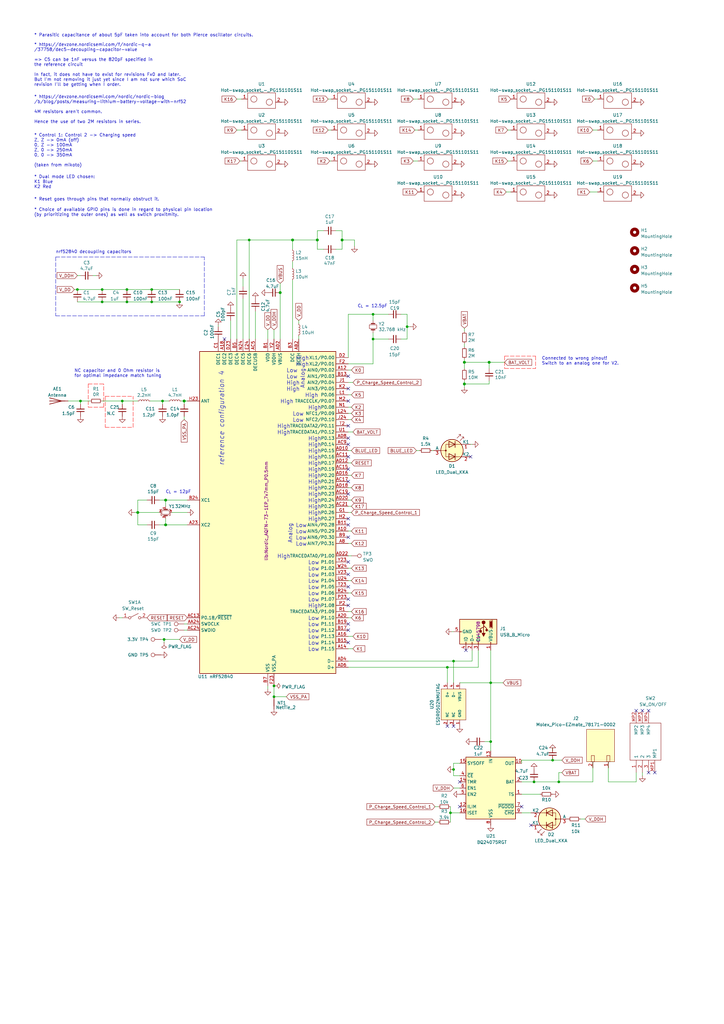
<source format=kicad_sch>
(kicad_sch (version 20211123) (generator eeschema)
  (paper "A3" portrait)
  (title_block (title "Borne Keyboard") (date "2022-05-27") (rev "V1 Left") (company "Ergin") (comment 1 "Gabriel Hansson"))
  (junction (at 153.035 139.065))
  (junction (at 66.675 164.465))
  (junction (at 102.235 98.425))
  (junction (at 67.31 262.255))
  (junction (at 62.23 123.825))
  (junction (at 41.91 118.745))
  (junction (at 186.055 271.145))
  (junction (at 190.5 148.59) (diameter 1.016))
  (junction (at 73.66 123.825))
  (junction (at 219.075 320.675))
  (junction (at 190.5 157.48) (diameter 1.016))
  (junction (at 52.07 118.745))
  (junction (at 201.295 280.035))
  (junction (at 130.175 98.425) (diameter 1.016))
  (junction (at 56.515 210.185) (diameter 1.016))
  (junction (at 120.015 98.425) (diameter 1.016))
  (junction (at 50.165 164.465))
  (junction (at 200.66 148.59) (diameter 1.016))
  (junction (at 112.395 285.75))
  (junction (at 112.395 281.305))
  (junction (at 153.035 128.905))
  (junction (at 31.75 118.745))
  (junction (at 183.515 273.685))
  (junction (at 52.07 123.825))
  (junction (at 201.295 304.165))
  (junction (at 33.02 164.465))
  (junction (at 75.565 164.465) (diameter 1.016))
  (junction (at 114.935 120.015) (diameter 1.016))
  (junction (at 67.945 205.105) (diameter 1.016))
  (junction (at 140.335 98.425) (diameter 1.016))
  (junction (at 229.235 320.675))
  (junction (at 41.91 123.825))
  (junction (at 67.945 215.265) (diameter 1.016))
  (junction (at 186.055 315.595))
  (junction (at 167.005 133.985))
  (junction (at 226.695 311.785))
  (junction (at 62.23 118.745))
  (junction (at 184.785 333.375))
  (no_connect (at 193.04 187.325))
  (no_connect (at 183.515 297.815))
  (no_connect (at 142.875 202.565))
  (no_connect (at 188.595 330.835))
  (no_connect (at 142.875 192.405))
  (no_connect (at 142.875 179.705))
  (no_connect (at 142.875 220.345))
  (no_connect (at 142.875 255.905))
  (no_connect (at 260.985 291.465))
  (no_connect (at 142.875 230.505))
  (no_connect (at 142.875 197.485))
  (no_connect (at 142.875 248.285))
  (no_connect (at 268.605 316.865))
  (no_connect (at 142.875 245.745))
  (no_connect (at 217.805 338.455))
  (no_connect (at 142.875 154.305))
  (no_connect (at 191.135 266.7))
  (no_connect (at 266.065 316.865))
  (no_connect (at 142.875 164.465))
  (no_connect (at 266.065 291.465))
  (no_connect (at 188.595 320.675))
  (no_connect (at 142.875 263.525))
  (no_connect (at 142.875 187.325))
  (no_connect (at 92.075 139.065))
  (no_connect (at 186.055 297.815))
  (no_connect (at 263.525 291.465))
  (no_connect (at 142.875 240.665))
  (no_connect (at 213.995 330.835))
  (no_connect (at 142.875 258.445))
  (no_connect (at 142.875 212.725))
  (no_connect (at 142.875 174.625))
  (no_connect (at 142.875 235.585))
  (no_connect (at 142.875 215.265))
  (no_connect (at 142.875 159.385))
  (no_connect (at 142.875 182.245))
  (wire (pts (xy 186.055 318.135) (xy 188.595 318.135)))
  (wire (pts (xy 184.785 333.375) (xy 188.595 333.375)))
  (wire (pts (xy 213.995 325.755) (xy 221.615 325.755)))
  (wire (pts (xy 144.145 200.025) (xy 142.875 200.025)))
  (wire (pts (xy 56.515 215.265) (xy 56.515 210.185)))
  (wire (pts (xy 134.62 40.64) (xy 135.89 40.64)))
  (polyline (pts (xy 36.195 157.48) (xy 36.195 167.005)) (stroke (width 0) (color 255 0 0 1)))
  (polyline (pts (xy 42.545 167.005) (xy 42.545 157.48)) (stroke (width 0) (color 255 0 0 1)))
  (wire (pts (xy 144.145 210.185) (xy 142.875 210.185)))
  (wire (pts (xy 207.645 78.74) (xy 209.55 78.74)))
  (wire (pts (xy 75.565 255.905) (xy 76.835 255.905)))
  (wire (pts (xy 208.28 53.34) (xy 209.55 53.34)))
  (wire (pts (xy 67.945 212.725) (xy 67.945 215.265)))
  (wire (pts (xy 74.295 164.465) (xy 75.565 164.465)))
  (wire (pts (xy 142.875 146.685) (xy 142.875 128.905)))
  (wire (pts (xy 229.235 316.865) (xy 229.235 320.675)))
  (wire (pts (xy 31.75 123.825) (xy 41.91 123.825)))
  (wire (pts (xy 170.18 53.34) (xy 171.45 53.34)))
  (wire (pts (xy 50.165 164.465) (xy 56.515 164.465)))
  (wire (pts (xy 31.75 118.745) (xy 41.91 118.745)))
  (wire (pts (xy 76.835 205.105) (xy 67.945 205.105)))
  (wire (pts (xy 243.205 312.42) (xy 243.205 320.675)))
  (wire (pts (xy 66.675 164.465) (xy 66.675 165.735)))
  (wire (pts (xy 137.795 102.235) (xy 140.335 102.235)))
  (wire (pts (xy 97.155 40.64) (xy 99.06 40.64)))
  (wire (pts (xy 243.84 40.64) (xy 245.11 40.64)))
  (wire (pts (xy 142.875 271.145) (xy 186.055 271.145)))
  (wire (pts (xy 120.015 98.425) (xy 130.175 98.425)))
  (wire (pts (xy 142.875 273.685) (xy 183.515 273.685)))
  (wire (pts (xy 73.66 262.255) (xy 67.31 262.255)))
  (wire (pts (xy 120.015 102.235) (xy 120.015 98.425)))
  (wire (pts (xy 62.23 118.745) (xy 73.66 118.745)))
  (wire (pts (xy 94.615 131.445) (xy 94.615 139.065)))
  (wire (pts (xy 142.875 149.225) (xy 153.035 149.225)))
  (wire (pts (xy 208.28 66.04) (xy 209.55 66.04)))
  (wire (pts (xy 70.485 210.185) (xy 76.835 210.185)))
  (wire (pts (xy 99.695 114.3) (xy 99.695 117.475)))
  (wire (pts (xy 190.5 134.62) (xy 190.5 135.89)))
  (wire (pts (xy 56.515 210.185) (xy 56.515 205.105)))
  (wire (pts (xy 190.5 142.24) (xy 190.5 140.97)))
  (wire (pts (xy 67.31 263.525) (xy 67.31 262.255)))
  (wire (pts (xy 201.295 280.035) (xy 188.595 280.035)))
  (wire (pts (xy 144.145 167.005) (xy 142.875 167.005)))
  (wire (pts (xy 164.465 128.905) (xy 167.005 128.905)))
  (polyline (pts (xy 43.18 162.56) (xy 43.18 175.26)) (stroke (width 0) (color 255 0 0 1)))
  (wire (pts (xy 196.215 266.7) (xy 196.215 273.685)))
  (wire (pts (xy 190.5 157.48) (xy 190.5 158.75)))
  (wire (pts (xy 67.945 215.265) (xy 65.405 215.265)))
  (wire (pts (xy 140.335 102.235) (xy 140.335 98.425)))
  (wire (pts (xy 102.235 139.065) (xy 102.235 98.425)))
  (wire (pts (xy 120.015 114.935) (xy 120.015 139.065)))
  (wire (pts (xy 190.5 148.59) (xy 190.5 151.13)))
  (wire (pts (xy 41.91 164.465) (xy 50.165 164.465)))
  (wire (pts (xy 144.78 266.065) (xy 142.875 266.065)))
  (wire (pts (xy 122.555 137.795) (xy 122.555 139.065)))
  (wire (pts (xy 193.675 182.245) (xy 193.04 182.245)))
  (wire (pts (xy 27.94 164.465) (xy 33.02 164.465)))
  (wire (pts (xy 190.5 148.59) (xy 200.66 148.59)))
  (wire (pts (xy 249.555 312.42) (xy 249.555 320.675)))
  (wire (pts (xy 144.145 233.045) (xy 142.875 233.045)))
  (wire (pts (xy 190.5 156.21) (xy 190.5 157.48)))
  (wire (pts (xy 184.785 330.835) (xy 184.785 333.375)))
  (wire (pts (xy 140.335 98.425) (xy 145.415 98.425)))
  (wire (pts (xy 104.775 127.635) (xy 104.775 139.065)))
  (wire (pts (xy 144.78 260.985) (xy 142.875 260.985)))
  (wire (pts (xy 183.515 273.685) (xy 196.215 273.685)))
  (wire (pts (xy 142.875 151.765) (xy 144.145 151.765)))
  (wire (pts (xy 153.035 139.065) (xy 153.035 136.525)))
  (wire (pts (xy 112.395 285.75) (xy 117.475 285.75)))
  (wire (pts (xy 213.995 333.375) (xy 217.805 333.375)))
  (wire (pts (xy 190.5 157.48) (xy 200.66 157.48)))
  (wire (pts (xy 186.055 313.055) (xy 186.055 315.595)))
  (wire (pts (xy 135.255 66.04) (xy 135.89 66.04)))
  (wire (pts (xy 89.535 133.35) (xy 89.535 133.985)))
  (wire (pts (xy 144.145 243.205) (xy 142.875 243.205)))
  (wire (pts (xy 144.145 250.825) (xy 142.875 250.825)))
  (wire (pts (xy 193.675 271.145) (xy 193.675 266.7)))
  (wire (pts (xy 122.555 131.445) (xy 122.555 132.715)))
  (wire (pts (xy 230.505 316.865) (xy 229.235 316.865)))
  (wire (pts (xy 243.205 66.04) (xy 245.11 66.04)))
  (wire (pts (xy 144.145 217.805) (xy 142.875 217.805)))
  (wire (pts (xy 198.755 304.165) (xy 201.295 304.165)))
  (wire (pts (xy 140.335 94.615) (xy 140.335 98.425)))
  (wire (pts (xy 97.155 53.34) (xy 99.06 53.34)))
  (wire (pts (xy 112.395 281.305) (xy 112.395 285.75)))
  (wire (pts (xy 219.075 320.675) (xy 229.235 320.675)))
  (polyline (pts (xy 207.01 146.05) (xy 207.01 151.13)) (stroke (width 0) (color 255 0 0 1)))
  (wire (pts (xy 67.945 205.105) (xy 67.945 207.645)))
  (wire (pts (xy 170.815 184.785) (xy 172.085 184.785)))
  (wire (pts (xy 213.995 311.785) (xy 226.695 311.785)))
  (wire (pts (xy 144.78 177.165) (xy 142.875 177.165)))
  (wire (pts (xy 153.035 149.225) (xy 153.035 139.065)))
  (wire (pts (xy 249.555 320.675) (xy 260.985 320.675)))
  (wire (pts (xy 183.515 273.685) (xy 183.515 280.035)))
  (polyline (pts (xy 36.195 157.48) (xy 42.545 157.48)) (stroke (width 0) (color 255 0 0 1)))
  (wire (pts (xy 30.48 118.745) (xy 31.75 118.745)))
  (wire (pts (xy 56.515 205.105) (xy 60.325 205.105)))
  (wire (pts (xy 144.145 222.885) (xy 142.875 222.885)))
  (wire (pts (xy 98.425 66.04) (xy 99.06 66.04)))
  (wire (pts (xy 226.695 311.785) (xy 230.505 311.785)))
  (wire (pts (xy 144.145 161.925) (xy 142.875 161.925)))
  (wire (pts (xy 38.1 113.03) (xy 39.37 113.03)))
  (wire (pts (xy 50.165 165.735) (xy 50.165 164.465)))
  (wire (pts (xy 33.02 164.465) (xy 36.83 164.465)))
  (wire (pts (xy 190.5 147.32) (xy 190.5 148.59)))
  (wire (pts (xy 52.07 118.745) (xy 62.23 118.745)))
  (wire (pts (xy 153.035 128.905) (xy 159.385 128.905)))
  (wire (pts (xy 75.565 164.465) (xy 75.565 165.735)))
  (wire (pts (xy 153.035 139.065) (xy 159.385 139.065)))
  (wire (pts (xy 144.145 238.125) (xy 142.875 238.125)))
  (wire (pts (xy 144.145 205.105) (xy 142.875 205.105)))
  (wire (pts (xy 177.8 184.785) (xy 177.165 184.785)))
  (wire (pts (xy 186.055 313.055) (xy 188.595 313.055)))
  (wire (pts (xy 114.935 120.015) (xy 114.935 116.205)))
  (wire (pts (xy 144.145 227.965) (xy 142.875 227.965)))
  (polyline (pts (xy 54.61 175.26) (xy 54.61 162.56)) (stroke (width 0) (color 255 0 0 1)))
  (wire (pts (xy 142.875 172.085) (xy 144.145 172.085)))
  (wire (pts (xy 241.935 78.74) (xy 245.11 78.74)))
  (polyline (pts (xy 43.18 162.56) (xy 54.61 162.56)) (stroke (width 0) (color 255 0 0 1)))
  (wire (pts (xy 130.175 98.425) (xy 130.175 102.235)))
  (wire (pts (xy 137.795 94.615) (xy 140.335 94.615)))
  (wire (pts (xy 185.42 259.08) (xy 186.055 259.08)))
  (wire (pts (xy 201.295 280.035) (xy 201.295 304.165)))
  (wire (pts (xy 153.035 131.445) (xy 153.035 128.905)))
  (wire (pts (xy 67.945 215.265) (xy 76.835 215.265)))
  (wire (pts (xy 179.705 330.835) (xy 178.435 330.835)))
  (wire (pts (xy 213.995 320.675) (xy 219.075 320.675)))
  (wire (pts (xy 102.235 98.425) (xy 120.015 98.425)))
  (wire (pts (xy 109.855 282.575) (xy 109.855 281.305)))
  (polyline (pts (xy 207.01 146.05) (xy 219.71 146.05)) (stroke (width 0) (color 255 0 0 1)))
  (wire (pts (xy 186.055 315.595) (xy 186.055 318.135)))
  (wire (pts (xy 200.66 157.48) (xy 200.66 156.21)))
  (wire (pts (xy 169.545 66.04) (xy 171.45 66.04)))
  (wire (pts (xy 144.145 194.945) (xy 142.875 194.945)))
  (wire (pts (xy 167.005 133.985) (xy 167.005 139.065)))
  (wire (pts (xy 61.595 164.465) (xy 66.675 164.465)))
  (wire (pts (xy 201.295 280.035) (xy 206.375 280.035)))
  (wire (pts (xy 67.945 205.105) (xy 65.405 205.105)))
  (wire (pts (xy 263.525 318.135) (xy 263.525 316.865)))
  (wire (pts (xy 130.175 94.615) (xy 130.175 98.425)))
  (wire (pts (xy 186.055 323.215) (xy 188.595 323.215)))
  (wire (pts (xy 240.03 335.915) (xy 238.125 335.915)))
  (wire (pts (xy 200.66 148.59) (xy 200.66 151.13)))
  (wire (pts (xy 226.695 306.705) (xy 226.695 307.975)))
  (wire (pts (xy 144.78 156.845) (xy 142.875 156.845)))
  (polyline (pts (xy 36.195 167.005) (xy 42.545 167.005)) (stroke (width 0) (color 255 0 0 1)))
  (wire (pts (xy 50.165 253.365) (xy 48.895 253.365)))
  (wire (pts (xy 114.935 139.065) (xy 114.935 120.015)))
  (wire (pts (xy 65.405 210.185) (xy 56.515 210.185)))
  (wire (pts (xy 60.325 215.265) (xy 56.515 215.265)))
  (wire (pts (xy 200.66 148.59) (xy 207.01 148.59)))
  (polyline (pts (xy 83.82 129.54) (xy 83.82 105.41)))
  (wire (pts (xy 184.785 333.375) (xy 184.785 337.185)))
  (wire (pts (xy 41.91 123.825) (xy 52.07 123.825)))
  (wire (pts (xy 67.31 262.255) (xy 66.04 262.255)))
  (wire (pts (xy 201.295 266.7) (xy 201.295 280.035)))
  (wire (pts (xy 169.545 40.64) (xy 171.45 40.64)))
  (wire (pts (xy 97.155 98.425) (xy 102.235 98.425)))
  (wire (pts (xy 112.395 135.255) (xy 112.395 139.065)))
  (wire (pts (xy 134.62 53.34) (xy 135.89 53.34)))
  (wire (pts (xy 33.02 165.735) (xy 33.02 164.465)))
  (wire (pts (xy 167.005 128.905) (xy 167.005 133.985)))
  (wire (pts (xy 178.435 337.185) (xy 179.705 337.185)))
  (polyline (pts (xy 22.86 105.41) (xy 83.82 105.41)))
  (wire (pts (xy 142.875 169.545) (xy 144.145 169.545)))
  (wire (pts (xy 52.07 123.825) (xy 62.23 123.825)))
  (wire (pts (xy 168.275 133.985) (xy 167.005 133.985)))
  (wire (pts (xy 132.715 102.235) (xy 130.175 102.235)))
  (wire (pts (xy 130.175 94.615) (xy 132.715 94.615)))
  (wire (pts (xy 120.015 109.855) (xy 120.015 107.315)))
  (wire (pts (xy 186.055 271.145) (xy 193.675 271.145)))
  (polyline (pts (xy 22.86 105.41) (xy 22.86 129.54)))
  (wire (pts (xy 213.995 311.785) (xy 213.995 313.055)))
  (wire (pts (xy 243.205 53.34) (xy 245.11 53.34)))
  (wire (pts (xy 145.415 98.425) (xy 145.415 100.965)))
  (polyline (pts (xy 43.18 175.26) (xy 54.61 175.26)) (stroke (width 0) (color 255 0 0 1)))
  (wire (pts (xy 41.91 118.745) (xy 52.07 118.745)))
  (wire (pts (xy 97.155 139.065) (xy 97.155 98.425)))
  (wire (pts (xy 109.855 135.255) (xy 109.855 139.065)))
  (polyline (pts (xy 22.86 129.54) (xy 83.82 129.54)))
  (wire (pts (xy 260.985 316.865) (xy 260.985 320.675)))
  (wire (pts (xy 76.835 164.465) (xy 75.565 164.465)))
  (wire (pts (xy 75.565 172.085) (xy 75.565 170.815)))
  (wire (pts (xy 229.235 320.675) (xy 243.205 320.675)))
  (wire (pts (xy 62.23 123.825) (xy 73.66 123.825)))
  (wire (pts (xy 201.295 304.165) (xy 201.295 307.975)))
  (wire (pts (xy 31.75 113.03) (xy 33.02 113.03)))
  (wire (pts (xy 142.875 128.905) (xy 153.035 128.905)))
  (wire (pts (xy 75.565 258.445) (xy 76.835 258.445)))
  (wire (pts (xy 55.245 210.185) (xy 56.515 210.185)))
  (wire (pts (xy 142.875 184.785) (xy 144.145 184.785)))
  (wire (pts (xy 167.005 139.065) (xy 164.465 139.065)))
  (polyline (pts (xy 207.01 151.13) (xy 219.71 151.13)) (stroke (width 0) (color 255 0 0 1)))
  (wire (pts (xy 144.145 253.365) (xy 142.875 253.365)))
  (polyline (pts (xy 219.71 146.05) (xy 219.71 151.13)) (stroke (width 0) (color 255 0 0 1)))
  (wire (pts (xy 144.145 189.865) (xy 142.875 189.865)))
  (wire (pts (xy 186.055 271.145) (xy 186.055 280.035)))
  (wire (pts (xy 144.145 207.645) (xy 142.875 207.645)))
  (wire (pts (xy 99.695 122.555) (xy 99.695 139.065)))
  (wire (pts (xy 69.215 164.465) (xy 66.675 164.465)))
  (text "High" (at 117.475 158.115 0) (effects (font (size 1.6 1.6)) (justify left bottom)))
  (text "High" (at 126.365 208.915 0) (effects (font (size 1.6 1.6)) (justify left bottom)))
  (text "Low\n" (at 126.365 259.715 0) (effects (font (size 1.6 1.6)) (justify left bottom)))
  (text "High" (at 126.365 203.835 0) (effects (font (size 1.6 1.6)) (justify left bottom)))
  (text "High" (at 117.475 160.655 0) (effects (font (size 1.6 1.6)) (justify left bottom)))
  (text "High" (at 126.3647 188.6566 0) (effects (font (size 1.6 1.6)) (justify left bottom)))
  (text "Low\n" (at 126.365 254.635 0) (effects (font (size 1.6 1.6)) (justify left bottom)))
  (text "High" (at 113.665 175.895 0) (effects (font (size 1.6 1.6)) (justify left bottom)))
  (text "nrf52840 decoupling capacitors" (at 22.86 104.14 0) (effects (font (size 1.27 1.27)) (justify left bottom)))
  (text "Low\n" (at 126.365 239.395 0) (effects (font (size 1.6 1.6)) (justify left bottom)))
  (text "* Dual mode LED chosen:\nK1 Blue \nK2 Red\n" (at 13.97 77.47 0) (effects (font (size 1.27 1.27)) (justify left bottom)))
  (text "High" (at 126.365 183.515 0) (effects (font (size 1.6 1.6)) (justify left bottom)))
  (text "* Control 1: Control 2 -> Charging speed\nZ, Z -> 0mA (off)\n0, Z -> 100mA\nZ, 0 -> 250mA\n0, 0 -> 350mA\n\n(taken from mikoto)" (at 13.97 68.58 0) (effects (font (size 1.27 1.27)) (justify left bottom)))
  (text "* Reset goes through pins that normally obstruct it. " (at 13.97 82.55 0) (effects (font (size 1.27 1.27)) (justify left bottom)))
  (text "* https://devzone.nordicsemi.com/nordic/nordic-blog\n/b/blog/posts/measuring-lithium-battery-voltage-with-nrf52\n\n4M resistors aren't common.\n\nHence the use of two 2M resistors in series." (at 13.97 50.8 0) (effects (font (size 1.27 1.27)) (justify left bottom)))
  (text "High" (at 126.365 198.755 0) (effects (font (size 1.6 1.6)) (justify left bottom)))
  (text "Low\n" (at 126.365 244.475 0) (effects (font (size 1.6 1.6)) (justify left bottom)))
  (text "High" (at 126.365 168.275 0) (effects (font (size 1.6 1.6)) (justify left bottom)))
  (text "Low\n" (at 126.365 267.335 0) (effects (font (size 1.6 1.6)) (justify left bottom)))
  (text "High" (at 126.365 196.215 0) (effects (font (size 1.6 1.6)) (justify left bottom)))
  (text "* Parasitic capacitance of about 5pF taken into account for both Pierce oscillator circuits." (at 13.97 15.24 0) (effects (font (size 1.27 1.27)) (justify left bottom)))
  (text "Low\n" (at 126.365 236.855 0) (effects (font (size 1.6 1.6)) (justify left bottom)))
  (text "Low\n" (at 120.015 173.355 0) (effects (font (size 1.6 1.6)) (justify left bottom)))
  (text "Low\n" (at 126.365 241.935 0) (effects (font (size 1.6 1.6)) (justify left bottom)))
  (text "Low\n" (at 126.365 234.315 0) (effects (font (size 1.6 1.6)) (justify left bottom)))
  (text "High" (at 126.365 201.295 0) (effects (font (size 1.6 1.6)) (justify left bottom)))
  (text "Low\n" (at 126.365 231.775 0) (effects (font (size 1.6 1.6)) (justify left bottom)))
  (text "High" (at 113.665 178.435 0) (effects (font (size 1.6 1.6)) (justify left bottom)))
  (text "Low\n" (at 117.475 153.035 0) (effects (font (size 1.6 1.6)) (justify left bottom)))
  (text "Low\n" (at 121.285 219.075 0) (effects (font (size 1.6 1.6)) (justify left bottom)))
  (text "NC capacitor and 0 Ohm resistor is\nfor optimal impedance match tuning" (at 30.48 154.94 0) (effects (font (size 1.27 1.27)) (justify left bottom)))
  (text "High" (at 113.665 229.235 0) (effects (font (size 1.6 1.6)) (justify left bottom)))
  (text "Analog" (at 125.095 159.385 90) (effects (font (size 1.6 1.6)) (justify left bottom)))
  (text "C_{L} = 12.5pF" (at 146.685 126.365 0) (effects (font (size 1.27 1.27)) (justify left bottom)))
  (text "High" (at 126.365 186.055 0) (effects (font (size 1.6 1.6)) (justify left bottom)))
  (text "* Choice of available GPIO pins is done in regard to physical pin location\n(by prioritizing the outer ones) as well as swtich proxitmity. " (at 13.97 88.9 0) (effects (font (size 1.27 1.27)) (justify left bottom)))
  (text "High" (at 126.365 191.135 0) (effects (font (size 1.6 1.6)) (justify left bottom)))
  (text "C_{L} = 12pF" (at 67.945 202.565 0) (effects (font (size 1.27 1.27)) (justify left bottom)))
  (text "Low\n" (at 117.475 155.575 0) (effects (font (size 1.6 1.6)) (justify left bottom)))
  (text "High" (at 121.285 147.955 0) (effects (font (size 1.6 1.6)) (justify left bottom)))
  (text "Low\n" (at 126.365 257.175 0) (effects (font (size 1.6 1.6)) (justify left bottom)))
  (text "Low\n" (at 126.365 262.255 0) (effects (font (size 1.6 1.6)) (justify left bottom)))
  (text "High" (at 126.365 193.675 0) (effects (font (size 1.6 1.6)) (justify left bottom)))
  (text "Connected to wrong pinout!\nSwitch to an analog one for V2. " (at 222.25 149.86 0) (effects (font (size 1.27 1.27)) (justify left bottom)))
  (text "High" (at 126.365 249.555 0) (effects (font (size 1.6 1.6)) (justify left bottom)))
  (text "High" (at 125.095 163.195 0) (effects (font (size 1.6 1.6)) (justify left bottom)))
  (text "High" (at 126.365 213.995 0) (effects (font (size 1.6 1.6)) (justify left bottom)))
  (text "Low\n" (at 121.285 221.615 0) (effects (font (size 1.6 1.6)) (justify left bottom)))
  (text "High" (at 121.285 150.495 0) (effects (font (size 1.6 1.6)) (justify left bottom)))
  (text "* https://devzone.nordicsemi.com/f/nordic-q-a\n/37758/dec5-decoupling-capacitor-value\n\n=> C5 can be 1nF versus the 820pF specified in\nthe reference circuit\n\nIn fact, it does not have to exist for revisions Fx0 and later.\nBut I'm not removing it just yet since I am not sure which SoC \nrevision I'll be getting when I order." (at 13.97 35.56 0) (effects (font (size 1.27 1.27)) (justify left bottom)))
  (text "Low\n" (at 126.365 247.015 0) (effects (font (size 1.6 1.6)) (justify left bottom)))
  (text "Analog" (at 120.015 222.885 90) (effects (font (size 1.6 1.6)) (justify left bottom)))
  (text "High" (at 126.365 206.375 0) (effects (font (size 1.6 1.6)) (justify left bottom)))
  (text "Low\n" (at 121.285 224.155 0) (effects (font (size 1.6 1.6)) (justify left bottom)))
  (text "High" (at 114.935 165.735 0) (effects (font (size 1.6 1.6)) (justify left bottom)))
  (text "Low\n" (at 120.015 170.815 0) (effects (font (size 1.6 1.6)) (justify left bottom)))
  (text "reference configuration 4" (at 92.075 191.135 90) (effects (font (size 2 2) italic) (justify left bottom)))
  (text "Low\n" (at 121.285 216.535 0) (effects (font (size 1.6 1.6)) (justify left bottom)))
  (text "High" (at 126.365 211.455 0) (effects (font (size 1.6 1.6)) (justify left bottom)))
  (text "High" (at 126.365 180.975 0) (effects (font (size 1.6 1.6)) (justify left bottom)))
  (text "Low\n" (at 126.365 264.795 0) (effects (font (size 1.6 1.6)) (justify left bottom)))
  (global_label "K2" (shape input) (at 144.145 167.005 0) (property "Intersheet References" "${INTERSHEET_REFS}" (effects hide)))
  (global_label "K4" (shape input) (at 207.645 78.74 180) (property "Intersheet References" "${INTERSHEET_REFS}" (effects hide)))
  (global_label "BAT_VOLT" (shape input) (at 144.78 177.165 0) (property "Intersheet References" "${INTERSHEET_REFS}" (effects hide)))
  (global_label "K8" (shape input) (at 169.545 40.64 180) (property "Intersheet References" "${INTERSHEET_REFS}" (effects hide)))
  (global_label "K15" (shape input) (at 208.28 66.04 180) (property "Intersheet References" "${INTERSHEET_REFS}" (effects hide)))
  (global_label "K1" (shape input) (at 241.935 78.74 180) (property "Intersheet References" "${INTERSHEET_REFS}" (effects hide)))
  (global_label "K14" (shape input) (at 144.145 238.125 0) (property "Intersheet References" "${INTERSHEET_REFS}" (effects hide)))
  (global_label "K16" (shape input) (at 97.155 40.64 180) (property "Intersheet References" "${INTERSHEET_REFS}" (effects hide)))
  (global_label "V_DD" (shape input) (at 109.855 135.255 90) (property "Intersheet References" "${INTERSHEET_REFS}" (effects hide)))
  (global_label "VBUS" (shape input) (at 206.375 280.035 0) (property "Intersheet References" "${INTERSHEET_REFS}" (effects hide)))
  (global_label "K6" (shape input) (at 144.145 253.365 0) (property "Intersheet References" "${INTERSHEET_REFS}" (effects hide)))
  (global_label "K11" (shape input) (at 171.45 78.74 180) (property "Intersheet References" "${INTERSHEET_REFS}" (effects hide)))
  (global_label "K3" (shape input) (at 144.145 169.545 0) (property "Intersheet References" "${INTERSHEET_REFS}" (effects hide)))
  (global_label "K12" (shape input) (at 144.145 222.885 0) (property "Intersheet References" "${INTERSHEET_REFS}" (effects hide)))
  (global_label "V_DDH" (shape input) (at 112.395 135.255 90) (property "Intersheet References" "${INTERSHEET_REFS}" (effects hide)))
  (global_label "K11" (shape input) (at 144.145 217.805 0) (property "Intersheet References" "${INTERSHEET_REFS}" (effects hide)))
  (global_label "K5" (shape input) (at 144.145 161.925 0) (property "Intersheet References" "${INTERSHEET_REFS}" (effects hide)))
  (global_label "K9" (shape input) (at 144.145 205.105 0) (property "Intersheet References" "${INTERSHEET_REFS}" (effects hide)))
  (global_label "BLUE_LED" (shape input) (at 170.815 184.785 180) (property "Intersheet References" "${INTERSHEET_REFS}" (effects hide)))
  (global_label "BLUE_LED" (shape input) (at 144.145 184.785 0) (property "Intersheet References" "${INTERSHEET_REFS}" (effects hide)))
  (global_label "V_DDH" (shape input) (at 240.03 335.915 0) (property "Intersheet References" "${INTERSHEET_REFS}" (effects hide)))
  (global_label "V_DD" (shape input) (at 122.555 131.445 90) (property "Intersheet References" "${INTERSHEET_REFS}" (effects hide)))
  (global_label "VSS_PA" (shape input) (at 75.565 172.085 270) (property "Intersheet References" "${INTERSHEET_REFS}" (effects hide)))
  (global_label "V_DDH" (shape input) (at 186.055 323.215 180) (property "Intersheet References" "${INTERSHEET_REFS}" (effects hide)))
  (global_label "K17" (shape input) (at 98.425 66.04 180) (property "Intersheet References" "${INTERSHEET_REFS}" (effects hide)))
  (global_label "VSS_PA" (shape input) (at 117.475 285.75 0) (property "Intersheet References" "${INTERSHEET_REFS}" (effects hide)))
  (global_label "K14" (shape input) (at 170.18 53.34 180) (property "Intersheet References" "${INTERSHEET_REFS}" (effects hide)))
  (global_label "K17" (shape input) (at 144.145 207.645 0) (property "Intersheet References" "${INTERSHEET_REFS}" (effects hide)))
  (global_label "K0" (shape input) (at 144.145 151.765 0) (property "Intersheet References" "${INTERSHEET_REFS}" (effects hide)))
  (global_label "K7" (shape input) (at 144.145 194.945 0) (property "Intersheet References" "${INTERSHEET_REFS}" (effects hide)))
  (global_label "K10" (shape input) (at 243.205 53.34 180) (property "Intersheet References" "${INTERSHEET_REFS}" (effects hide)))
  (global_label "RESET" (shape input) (at 144.145 189.865 0) (property "Intersheet References" "${INTERSHEET_REFS}" (effects hide)))
  (global_label "V_DDH" (shape input) (at 230.505 311.785 0) (property "Intersheet References" "${INTERSHEET_REFS}" (effects hide)))
  (global_label "RESET" (shape input) (at 76.835 253.365 180) (property "Intersheet References" "${INTERSHEET_REFS}" (effects hide)))
  (global_label "K9" (shape input) (at 97.155 53.34 180) (property "Intersheet References" "${INTERSHEET_REFS}" (effects hide)))
  (global_label "K3" (shape input) (at 169.545 66.04 180) (property "Intersheet References" "${INTERSHEET_REFS}" (effects hide)))
  (global_label "K12" (shape input) (at 134.62 53.34 180) (property "Intersheet References" "${INTERSHEET_REFS}" (effects hide)))
  (global_label "V_DD" (shape input) (at 30.48 118.745 180) (property "Intersheet References" "${INTERSHEET_REFS}" (effects hide)))
  (global_label "K0" (shape input) (at 243.84 40.64 180) (property "Intersheet References" "${INTERSHEET_REFS}" (effects hide)))
  (global_label "K4" (shape input) (at 144.145 172.085 0) (property "Intersheet References" "${INTERSHEET_REFS}" (effects hide)))
  (global_label "K1" (shape input) (at 144.78 266.065 0) (property "Intersheet References" "${INTERSHEET_REFS}" (effects hide)))
  (global_label "V_DD" (shape input) (at 73.66 262.255 0) (property "Intersheet References" "${INTERSHEET_REFS}" (effects hide)))
  (global_label "K2" (shape input) (at 135.255 66.04 180) (property "Intersheet References" "${INTERSHEET_REFS}" (effects hide)))
  (global_label "VBUS" (shape input) (at 114.935 116.205 90) (property "Intersheet References" "${INTERSHEET_REFS}" (effects hide)))
  (global_label "K6" (shape input) (at 243.205 66.04 180) (property "Intersheet References" "${INTERSHEET_REFS}" (effects hide)))
  (global_label "P_Charge_Speed_Control_1" (shape input) (at 178.435 330.835 180) (property "Intersheet References" "${INTERSHEET_REFS}" (effects hide)))
  (global_label "P_Charge_Speed_Control_2" (shape input) (at 178.435 337.185 180) (property "Intersheet References" "${INTERSHEET_REFS}" (effects hide)))
  (global_label "RESET" (shape input) (at 60.325 253.365 0) (property "Intersheet References" "${INTERSHEET_REFS}" (effects hide)))
  (global_label "K5" (shape input) (at 209.55 40.64 180) (property "Intersheet References" "${INTERSHEET_REFS}" (effects hide)))
  (global_label "K8" (shape input) (at 144.145 200.025 0) (property "Intersheet References" "${INTERSHEET_REFS}" (effects hide)))
  (global_label "K16" (shape input) (at 144.145 250.825 0) (property "Intersheet References" "${INTERSHEET_REFS}" (effects hide)))
  (global_label "P_Charge_Speed_Control_2" (shape input) (at 144.78 156.845 0) (property "Intersheet References" "${INTERSHEET_REFS}" (effects hide)))
  (global_label "BAT_VOLT" (shape input) (at 207.01 148.59 0) (property "Intersheet References" "${INTERSHEET_REFS}" (effects hide)))
  (global_label "VBAT" (shape input) (at 190.5 134.62 90) (property "Intersheet References" "${INTERSHEET_REFS}" (effects hide)))
  (global_label "K10" (shape input) (at 144.78 260.985 0) (property "Intersheet References" "${INTERSHEET_REFS}" (effects hide)))
  (global_label "P_Charge_Speed_Control_1" (shape input) (at 144.145 210.185 0) (property "Intersheet References" "${INTERSHEET_REFS}" (effects hide)))
  (global_label "VBAT" (shape input) (at 230.505 316.865 0) (property "Intersheet References" "${INTERSHEET_REFS}" (effects hide)))
  (global_label "K15" (shape input) (at 144.145 243.205 0) (property "Intersheet References" "${INTERSHEET_REFS}" (effects hide)))
  (global_label "K7" (shape input) (at 208.28 53.34 180) (property "Intersheet References" "${INTERSHEET_REFS}" (effects hide)))
  (global_label "K13" (shape input) (at 134.62 40.64 180) (property "Intersheet References" "${INTERSHEET_REFS}" (effects hide)))
  (global_label "K13" (shape input) (at 144.145 233.045 0) (property "Intersheet References" "${INTERSHEET_REFS}" (effects hide)))
  (global_label "V_DDH" (shape input) (at 31.75 113.03 180) (property "Intersheet References" "${INTERSHEET_REFS}" (effects hide)))
  (symbol (lib_id "Device:C_Small") (at 62.865 205.105 270) (unit 1)
    (property "Reference" "C8" (at 62.865 199.2884 90))
    (property "Value" "15pF" (at 62.865 201.5998 90))
    (property "Footprint" "lib:C_0402_1005Metric" (effects hide))
    (property "LCSC Part" "C307341" (effects hide))
    (property "Manufacturer Part" "CL05C150JB51PNC" (effects hide))
    (property "JLC Part" "C1548" (effects hide))
  )
  (symbol (lib_name "Choc v1 Socket_2") (lib_id "Kailh_socket_PG1350:Choc v1 Socket") (at 217.17 68.58 0) (unit 1)
    (property "Reference" "U14" (at 217.805 59.851 0))
    (property "Value" "Hot-swap_socket_-_PG151101S11" (at 217.805 62.3879 0))
    (property "Footprint" "lib:Kailh_socket_PG1350" (effects hide))
    (property "Manufacturer Part" "CPG151101S11" (effects hide))
    (property "JLC Part" "C2803348" (effects hide))
    (property "LCSC Part" "C2803348" (effects hide))
  )
  (symbol (lib_id "Molex_Pico-EZmate_78171-0002_1x02-1MP_P1.20mm_Vertical:Battery Connector") (at 246.38 305.435 180) (unit 1)
    (property "Reference" "J2" (at 236.22 294.64 0))
    (property "Value" "Molex_Pico-EZmate_78171-0002" (at 236.22 297.18 0))
    (property "Footprint" "lib:Molex_Pico-EZmate_78171-0002_1x02-1MP_P1.20mm_Vertical" (effects hide))
    (property "Manufacturer Part" "Molex_Pico-EZmate_78171-0002" (effects hide))
    (property "LCSC Part" "C505023" (effects hide))
    (property "JLC Part" "C505023" (effects hide))
  )
  (symbol (lib_id "power:GND") (at 226.695 307.975 180) (unit 1)
    (property "Reference" "#PWR042" (effects hide))
    (property "Value" "GND" (effects hide))
  )
  (symbol (lib_name "Choc v1 Socket_3") (lib_id "Kailh_socket_PG1350:Choc v1 Socket") (at 217.17 81.28 0) (unit 1)
    (property "Reference" "U15" (at 217.805 72.551 0))
    (property "Value" "Hot-swap_socket_-_PG151101S11" (at 217.805 75.0879 0))
    (property "Footprint" "lib:Kailh_socket_PG1350" (effects hide))
    (property "Manufacturer Part" "CPG151101S11" (effects hide))
    (property "JLC Part" "C2803348" (effects hide))
    (property "LCSC Part" "C2803348" (effects hide))
  )
  (symbol (lib_id "power:GND") (at 188.595 325.755 270) (unit 1)
    (property "Reference" "#PWR037" (effects hide))
    (property "Value" "GND" (effects hide))
  )
  (symbol (lib_id "mounting-hole:MountingHole") (at 260.35 118.11 0) (unit 1) (in_bom no)
    (property "Reference" "H5" (at 262.89 117.2753 0) (effects (justify left)))
    (property "Value" "MountingHole" (at 262.89 119.8122 0) (effects (justify left)))
    (property "Footprint" "lib:screw-hole" (effects hide))
  )
  (symbol (lib_name "Choc v1 Socket_15") (lib_id "Kailh_socket_PG1350:Choc v1 Socket") (at 179.07 68.58 0) (unit 1)
    (property "Reference" "U9" (at 179.705 59.851 0))
    (property "Value" "Hot-swap_socket_-_PG151101S11" (at 179.705 62.3879 0))
    (property "Footprint" "lib:Kailh_socket_PG1350" (effects hide))
    (property "Manufacturer Part" "CPG151101S11" (effects hide))
    (property "JLC Part" "C2803348" (effects hide))
    (property "LCSC Part" "C2803348" (effects hide))
  )
  (symbol (lib_name "Choc v1 Socket_14") (lib_id "Kailh_socket_PG1350:Choc v1 Socket") (at 106.68 43.18 0) (unit 1)
    (property "Reference" "U1" (at 107.315 34.451 0))
    (property "Value" "Hot-swap_socket_-_PG151101S11" (at 107.315 36.9879 0))
    (property "Footprint" "lib:Kailh_socket_PG1350" (effects hide))
    (property "Manufacturer Part" "CPG151101S11" (effects hide))
    (property "JLC Part" "C2803348" (effects hide))
    (property "LCSC Part" "C2803348" (effects hide))
  )
  (symbol (lib_id "Device:C_Small") (at 31.75 121.285 180) (unit 1)
    (property "Reference" "C1" (at 36.83 120.015 0) (effects (justify left)))
    (property "Value" "4.7uF" (at 39.37 122.555 0) (effects (justify left)))
    (property "Footprint" "lib:C_0402_1005Metric" (effects hide))
    (property "LCSC Part" "C368809" (effects hide))
    (property "Digikey" "1276-1784-1-ND" (effects hide))
    (property "Manufacturer Part" "CL05A475KP5NRNC" (effects hide))
    (property "JLC Part" "C23733" (effects hide))
  )
  (symbol (lib_id "mounting-hole:MountingHole") (at 260.35 110.49 0) (unit 1) (in_bom no)
    (property "Reference" "H3" (at 262.89 109.6553 0) (effects (justify left)))
    (property "Value" "MountingHole" (at 262.89 112.1922 0) (effects (justify left)))
    (property "Footprint" "lib:screw-hole" (effects hide))
  )
  (symbol (lib_id "power:GND") (at 66.04 268.605 90) (unit 1)
    (property "Reference" "#PWR045" (effects hide))
    (property "Value" "GND" (effects hide))
  )
  (symbol (lib_id "power:GND") (at 201.295 338.455 0) (unit 1)
    (property "Reference" "#PWR040" (effects hide))
    (property "Value" "GND" (effects hide))
  )
  (symbol (lib_id "mounting-hole:MountingHole") (at 260.35 95.25 0) (unit 1) (in_bom no)
    (property "Reference" "H1" (at 262.89 94.4153 0) (effects (justify left)))
    (property "Value" "MountingHole" (at 262.89 96.9522 0) (effects (justify left)))
    (property "Footprint" "lib:screw-hole" (effects hide))
  )
  (symbol (lib_id "power:GND") (at 99.695 114.3 180) (unit 1)
    (property "Reference" "#PWR0105" (effects hide))
    (property "Value" "GND" (effects hide))
  )
  (symbol (lib_id "power:GND") (at 186.055 315.595 270) (unit 1)
    (property "Reference" "#PWR031" (effects hide))
    (property "Value" "GND" (effects hide))
  )
  (symbol (lib_id "Device:C_Small") (at 135.255 94.615 270) (unit 1)
    (property "Reference" "C17" (at 135.255 88.7984 90))
    (property "Value" "1uF" (at 135.255 91.1098 90))
    (property "Footprint" "lib:C_0402_1005Metric" (effects hide))
    (property "LCSC Part" "C52923" (effects hide))
    (property "Digikey" "1276-1067-1-ND" (effects hide))
    (property "Manufacturer Part" "CL05A105KO5NNNC" (effects hide))
    (property "JLC Part" "C52923" (effects hide))
  )
  (symbol (lib_id "Device:C_Small") (at 112.395 120.015 270) (unit 1)
    (property "Reference" "C16" (at 111.125 114.935 90))
    (property "Value" "4.7uF" (at 111.76 117.475 90))
    (property "Footprint" "lib:C_0402_1005Metric" (effects hide))
    (property "LCSC Part" "C368809" (effects hide))
    (property "Digikey" "1276-1784-1-ND" (effects hide))
    (property "Manufacturer Part" "CL05A475KP5NRNC" (effects hide))
    (property "JLC Part" "C23733" (effects hide))
  )
  (symbol (lib_id "Device:C_Small") (at 66.675 168.275 180) (unit 1)
    (property "Reference" "C11" (at 59.69 167.64 0) (effects (justify right)))
    (property "Value" "1.2pF" (at 58.42 170.18 0) (effects (justify right)))
    (property "Footprint" "lib:C_0402_1005Metric" (effects hide))
    (property "LCSC Part" "C371977" (effects hide))
    (property "Digikey" "1276-1595-1-ND" (effects hide))
    (property "Manufacturer Part" "CL05C010CB5NNNC" (effects hide))
    (property "JLC Part" "C1550" (effects hide))
  )
  (symbol (lib_name "Choc v1 Socket_8") (lib_id "Kailh_socket_PG1350:Choc v1 Socket") (at 252.73 68.58 0) (unit 1)
    (property "Reference" "U18" (at 253.365 59.851 0))
    (property "Value" "Hot-swap_socket_-_PG151101S11" (at 253.365 62.3879 0))
    (property "Footprint" "lib:Kailh_socket_PG1350" (effects hide))
    (property "Manufacturer Part" "CPG151101S11" (effects hide))
    (property "JLC Part" "C2803348" (effects hide))
    (property "LCSC Part" "C2803348" (effects hide))
  )
  (symbol (lib_id "Device:L_Small") (at 59.055 164.465 270) (mirror x) (unit 1)
    (property "Reference" "L5" (at 59.055 159.766 90))
    (property "Value" "2.2nH" (at 59.055 162.0774 90))
    (property "Footprint" "Inductor_SMD:L_0402_1005Metric" (effects hide))
    (property "LCSC Part" "C76775" (effects hide))
    (property "Manufacturer Part" "MLG1005S3N9BT000" (effects hide))
    (property "JLC Part" "C14033" (effects hide))
  )
  (symbol (lib_id "power:GND") (at 39.37 113.03 90) (unit 1)
    (property "Reference" "#PWR05" (effects hide))
    (property "Value" "GND" (effects hide))
  )
  (symbol (lib_id "Device:C_Small") (at 99.695 120.015 180) (unit 1)
    (property "Reference" "C7" (at 93.98 121.285 90) (effects (justify right)))
    (property "Value" "1nF" (at 95.885 121.285 90) (effects (justify right)))
    (property "Footprint" "lib:C_0402_1005Metric" (effects hide))
    (property "LCSC Part" "C1525" (effects hide))
    (property "Digikey" "1276-6720-1-ND" (effects hide))
    (property "Manufacturer Part" "CL05B104KA5NNNC" (effects hide))
    (property "JLC Part" "C1525" (effects hide))
  )
  (symbol (lib_id "mounting-hole:MountingHole") (at 260.35 102.87 0) (unit 1) (in_bom no)
    (property "Reference" "H2" (at 262.89 102.0353 0) (effects (justify left)))
    (property "Value" "MountingHole" (at 262.89 104.5722 0) (effects (justify left)))
    (property "Footprint" "lib:screw-hole" (effects hide))
  )
  (symbol (lib_name "Choc v1 Socket_11") (lib_id "Kailh_socket_PG1350:Choc v1 Socket") (at 143.51 43.18 0) (unit 1)
    (property "Reference" "U4" (at 144.145 34.451 0))
    (property "Value" "Hot-swap_socket_-_PG151101S11" (at 144.145 36.9879 0))
    (property "Footprint" "lib:Kailh_socket_PG1350" (effects hide))
    (property "Manufacturer Part" "CPG151101S11" (effects hide))
    (property "JLC Part" "C2803348" (effects hide))
    (property "LCSC Part" "C2803348" (effects hide))
  )
  (symbol (lib_id "power:GND") (at 73.66 123.825 0) (unit 1)
    (property "Reference" "#PWR0107" (effects hide))
    (property "Value" "GND" (effects hide))
  )
  (symbol (lib_id "power:GND") (at 187.96 41.91 90) (unit 1)
    (property "Reference" "#PWR018" (effects hide))
    (property "Value" "GND" (effects hide))
  )
  (symbol (lib_name "Choc v1 Socket_1") (lib_id "Kailh_socket_PG1350:Choc v1 Socket") (at 252.73 43.18 0) (unit 1)
    (property "Reference" "U16" (at 253.365 34.451 0))
    (property "Value" "Hot-swap_socket_-_PG151101S11" (at 253.365 36.9879 0))
    (property "Footprint" "lib:Kailh_socket_PG1350" (effects hide))
    (property "Manufacturer Part" "CPG151101S11" (effects hide))
    (property "JLC Part" "C2803348" (effects hide))
    (property "LCSC Part" "C2803348" (effects hide))
  )
  (symbol (lib_id "Device:R_Small") (at 174.625 184.785 270) (unit 1)
    (property "Reference" "R4" (at 174.625 179.8066 90))
    (property "Value" "1.5k" (at 174.625 182.118 90))
    (property "Footprint" "lib:R_0402_1005Metric" (effects hide))
    (property "Manufacturer Part" "RC0402FR-071K5L" (effects hide))
    (property "JLC Part" "C114759" (effects hide))
    (property "LCSC Part" "C114759" (effects hide))
  )
  (symbol (lib_id "Device:C_Small") (at 161.925 128.905 270) (unit 1)
    (property "Reference" "C19" (at 161.925 126.365 90))
    (property "Value" "15pF" (at 161.925 123.825 90))
    (property "Footprint" "lib:C_0402_1005Metric" (effects hide))
    (property "LCSC Part" "C307341" (effects hide))
    (property "Manufacturer Part" "CL05C150JB51PNC" (effects hide))
    (property "JLC Part" "C1548" (effects hide))
  )
  (symbol (lib_id "Device:C_Small") (at 35.56 113.03 270) (unit 1)
    (property "Reference" "C3" (at 36.8737 107.756 90) (effects (justify right)))
    (property "Value" "4.7uF" (at 38.3001 110.1333 90) (effects (justify right)))
    (property "Footprint" "lib:C_0402_1005Metric" (effects hide))
    (property "LCSC Part" "C368809" (effects hide))
    (property "Digikey" "1276-1784-1-ND" (effects hide))
    (property "Manufacturer Part" "CL05A475KP5NRNC" (effects hide))
    (property "JLC Part" "C23733" (effects hide))
  )
  (symbol (lib_id "MCU_Nordic:nRF52840") (at 109.855 210.185 0) (unit 1)
    (property "Reference" "U11" (at 83.185 277.495 0))
    (property "Value" "nRF52840" (at 90.805 277.495 0))
    (property "Footprint" "lib:Nordic_AQFN-73-1EP_7x7mm_P0.5mm" (at 109.22 209.55 90))
    (property "Datasheet" "http://infocenter.nordicsemi.com/topic/com.nordic.infocenter.nrf52/dita/nrf52/chips/nrf52840.html" (effects hide))
    (property "LCSC Part" "C1851953" (effects hide))
    (property "Digikey" "1490-1071-1-ND" (effects hide))
    (property "Manufacturer Part" "NRF52840-QIAA-R" (effects hide))
    (property "JLC Part" "C1851953" (effects hide))
  )
  (symbol (lib_id "Device:R_Small") (at 224.155 325.755 90) (unit 1)
    (property "Reference" "R10" (at 224.155 328.0062 90))
    (property "Value" "10k" (at 224.155 323.215 90))
    (property "Footprint" "lib:R_0402_1005Metric" (effects hide))
    (property "LCSC Part" "C60490" (effects hide))
    (property "Manufacturer Part" "RC0402FR-0710KL" (effects hide))
    (property "JLC Part" "C25744" (effects hide))
  )
  (symbol (lib_id "power:GND") (at 193.675 182.245 90) (unit 1)
    (property "Reference" "#PWR029" (effects hide))
    (property "Value" "GND" (effects hide))
  )
  (symbol (lib_id "power:PWR_FLAG") (at 112.395 281.305 270) (unit 1)
    (property "Reference" "#FLG0101" (effects hide))
    (property "Value" "PWR_FLAG" (at 115.57 281.7388 90) (effects (justify left)))
  )
  (symbol (lib_id "power:GND") (at 50.165 170.815 0) (unit 1)
    (property "Reference" "#PWR0106" (effects hide))
    (property "Value" "GND" (effects hide))
  )
  (symbol (lib_name "Choc v1 Socket_13") (lib_id "Kailh_socket_PG1350:Choc v1 Socket") (at 106.68 55.88 0) (unit 1)
    (property "Reference" "U2" (at 107.315 47.151 0))
    (property "Value" "Hot-swap_socket_-_PG151101S11" (at 107.315 49.6879 0))
    (property "Footprint" "lib:Kailh_socket_PG1350" (effects hide))
    (property "Manufacturer Part" "CPG151101S11" (effects hide))
    (property "JLC Part" "C2803348" (effects hide))
    (property "LCSC Part" "C2803348" (effects hide))
  )
  (symbol (lib_name "Choc v1 Socket_5") (lib_id "Kailh_socket_PG1350:Choc v1 Socket") (at 217.17 55.88 0) (unit 1)
    (property "Reference" "U13" (at 217.805 47.151 0))
    (property "Value" "Hot-swap_socket_-_PG151101S11" (at 217.805 49.6879 0))
    (property "Footprint" "lib:Kailh_socket_PG1350" (effects hide))
    (property "Manufacturer Part" "CPG151101S11" (effects hide))
    (property "JLC Part" "C2803348" (effects hide))
    (property "LCSC Part" "C2803348" (effects hide))
  )
  (symbol (lib_id "power:GND") (at 261.62 41.91 90) (unit 1)
    (property "Reference" "#PWR032" (effects hide))
    (property "Value" "GND" (effects hide))
  )
  (symbol (lib_id "Device:C_Small") (at 62.23 121.285 180) (unit 1)
    (property "Reference" "C13" (at 64.77 120.0085 0) (effects (justify right)))
    (property "Value" "100nF" (at 64.77 122.5485 0) (effects (justify right)))
    (property "Footprint" "lib:C_0402_1005Metric" (effects hide))
    (property "LCSC Part" "C1525" (effects hide))
    (property "Digikey" "1276-6720-1-ND" (effects hide))
    (property "Manufacturer Part" "CL05B104KA5NNNC" (effects hide))
    (property "JLC Part" "C1525" (effects hide))
  )
  (symbol (lib_id "Device:C_Small") (at 75.565 168.275 180) (unit 1)
    (property "Reference" "C14" (at 73.66 167.64 0) (effects (justify left)))
    (property "Value" "1.0pF" (at 73.66 170.18 0) (effects (justify left)))
    (property "Footprint" "lib:C_0402_1005Metric" (effects hide))
    (property "LCSC Part" "C371977" (effects hide))
    (property "Digikey" "1276-1595-1-ND" (effects hide))
    (property "Manufacturer Part" "CL05C010CB5NNNC" (effects hide))
    (property "JLC Part" "C1550" (effects hide))
  )
  (symbol (lib_id "power:GND") (at 226.06 80.01 90) (unit 1)
    (property "Reference" "#PWR026" (effects hide))
    (property "Value" "GND" (effects hide))
  )
  (symbol (lib_id "Device:C_Small") (at 50.165 168.275 180) (unit 1)
    (property "Reference" "C25" (at 45.085 167.005 0) (effects (justify right)))
    (property "Value" "N.C" (at 43.815 169.545 0) (effects (justify right)))
    (property "Footprint" "lib:C_0402_1005Metric" (effects hide))
    (property "LCSC Part" "C371977" (effects hide))
    (property "Digikey" "1276-1595-1-ND" (effects hide))
    (property "Manufacturer Part" "CL05C010CB5NNNC" (effects hide))
    (property "JLC Part" "C1550" (effects hide))
  )
  (symbol (lib_id "ESDR0502NMUTAG:ESDR0502NMUTAG") (at 186.055 288.925 90) (mirror x) (unit 1)
    (property "Reference" "U20" (at 177.165 288.925 0))
    (property "Value" "ESDR0502NMUTAG" (at 179.705 288.925 0))
    (property "Footprint" "lib:ESDR0502NMUTAG" (effects hide))
    (property "Datasheet" "http://www.onsemi.cn/pub_link/Collateral/ESDR0502N-D.PDF" (effects hide))
    (property "LCSC Part" "C327480" (effects hide))
    (property "Manufacturer Part" "ESDR0502NMUTBG" (effects hide))
    (property "JLC Part" "C327480" (effects hide))
  )
  (symbol (lib_id "power:GND") (at 188.595 297.815 0) (unit 1)
    (property "Reference" "#PWR036" (effects hide))
    (property "Value" "GND" (effects hide))
  )
  (symbol (lib_id "power:GND") (at 112.395 290.83 0) (unit 1)
    (property "Reference" "#PWR017" (effects hide))
    (property "Value" "GND" (effects hide))
  )
  (symbol (lib_id "Device:C_Small") (at 226.695 309.245 0) (unit 1)
    (property "Reference" "C24" (at 222.885 306.705 0))
    (property "Value" "4.7uF" (at 222.6714 309.245 0))
    (property "Footprint" "lib:C_0402_1005Metric" (effects hide))
    (property "LCSC Part" "C368809" (effects hide))
    (property "Digikey" "1276-1784-1-ND" (effects hide))
    (property "Manufacturer Part" "CL05A475KP5NRNC" (effects hide))
    (property "JLC Part" "C23733" (effects hide))
  )
  (symbol (lib_id "Device:Crystal_GND24_Small") (at 67.945 210.185 270) (unit 1)
    (property "Reference" "Y1" (at 69.215 207.645 90) (effects (justify left)))
    (property "Value" "32MHz" (at 71.755 207.645 90) (effects (justify left)))
    (property "Footprint" "lib:Crystal_SMD_2016-4Pin_2.0x1.6mm" (effects hide))
    (property "LCSC Part" "C255896" (effects hide))
    (property "Digikey" "490-XRCGB32M000F1S1DR0CT-ND‎" (effects hide))
    (property "Manufacturer Part" "Q22FA1280001800" (effects hide))
    (property "JLC Part" "C255896" (effects hide))
  )
  (symbol (lib_id "power:GND") (at 109.855 282.575 0) (unit 1)
    (property "Reference" "#PWR016" (effects hide))
    (property "Value" "GND" (effects hide))
  )
  (symbol (lib_id "power:GND") (at 261.62 54.61 90) (unit 1)
    (property "Reference" "#PWR033" (effects hide))
    (property "Value" "GND" (effects hide))
  )
  (symbol (lib_id "power:GND") (at 76.835 210.185 90) (unit 1)
    (property "Reference" "#PWR011" (effects hide))
    (property "Value" "GND" (effects hide))
  )
  (symbol (lib_name "Choc v1 Socket_12") (lib_id "Kailh_socket_PG1350:Choc v1 Socket") (at 106.68 68.58 0) (unit 1)
    (property "Reference" "U3" (at 107.315 59.851 0))
    (property "Value" "Hot-swap_socket_-_PG151101S11" (at 107.315 62.3879 0))
    (property "Footprint" "lib:Kailh_socket_PG1350" (effects hide))
    (property "Manufacturer Part" "CPG151101S11" (effects hide))
    (property "JLC Part" "C2803348" (effects hide))
    (property "LCSC Part" "C2803348" (effects hide))
  )
  (symbol (lib_id "Connector:TestPoint") (at 75.565 255.905 90) (unit 1) (in_bom no)
    (property "Reference" "TP1" (at 70.485 255.905 90) (effects (justify left)))
    (property "Value" "SWC" (at 66.04 255.905 90) (effects (justify left)))
    (property "Footprint" "lib:TestPoint_THTPad_2.5x2.5mm_Drill1.2mm" (effects hide))
  )
  (symbol (lib_id "Device:L_Small") (at 120.015 112.395 0) (unit 1)
    (property "Reference" "L3" (at 121.2342 111.2266 0) (effects (justify left)))
    (property "Value" "10uH" (at 121.2342 113.538 0) (effects (justify left)))
    (property "Footprint" "Inductor_SMD:L_0603_1608Metric" (effects hide))
    (property "LCSC Part" "C76732" (effects hide))
    (property "Manufacturer Part" "MLF1608E100KTD00" (effects hide))
    (property "JLC Part" "C1035" (effects hide))
  )
  (symbol (lib_id "Device:C_Small") (at 94.615 128.905 0) (unit 1)
    (property "Reference" "C5" (at 89.535 128.905 90))
    (property "Value" "100pF" (at 91.44 128.905 90))
    (property "Footprint" "lib:C_0402_1005Metric" (effects hide))
    (property "LCSC Part" "C26409" (effects hide))
    (property "Digikey" "478-1082-1-ND" (effects hide))
    (property "Manufacturer Part" "CL05C101JB5NNNC" (effects hide))
    (property "JLC Part" "C1546" (effects hide))
  )
  (symbol (lib_id "power:GND") (at 187.96 67.31 90) (unit 1)
    (property "Reference" "#PWR020" (effects hide))
    (property "Value" "GND" (effects hide))
  )
  (symbol (lib_id "Device:R_Small") (at 190.5 153.67 0) (unit 1)
    (property "Reference" "R5" (at 191.9986 152.5016 0) (effects (justify left)))
    (property "Value" "10M" (at 191.9986 154.813 0) (effects (justify left)))
    (property "Footprint" "lib:R_0402_1005Metric" (effects hide))
    (property "LCSC Part" "C138067" (effects hide))
    (property "Manufacturer Part" "RC0402FR-0710ML" (effects hide))
    (property "JLC Part" "C26082" (effects hide))
  )
  (symbol (lib_name "Choc v1 Socket_9") (lib_id "Kailh_socket_PG1350:Choc v1 Socket") (at 143.51 55.88 0) (unit 1)
    (property "Reference" "U5" (at 144.145 47.151 0))
    (property "Value" "Hot-swap_socket_-_PG151101S11" (at 144.145 49.6879 0))
    (property "Footprint" "lib:Kailh_socket_PG1350" (effects hide))
    (property "Manufacturer Part" "CPG151101S11" (effects hide))
    (property "JLC Part" "C2803348" (effects hide))
    (property "LCSC Part" "C2803348" (effects hide))
  )
  (symbol (lib_id "power:GND") (at 89.535 133.35 180) (unit 1)
    (property "Reference" "#PWR0103" (effects hide))
    (property "Value" "GND" (effects hide))
  )
  (symbol (lib_id "2.4GHz-meander-antenna-v2:Antenna") (at 22.86 164.465 90) (unit 1) (in_bom no)
    (property "Reference" "AE1" (at 23.495 159.4952 90))
    (property "Value" "Antenna" (at 23.495 162.0321 90))
    (property "Footprint" "lib:2.4GHz-meander-antenna-left" (effects hide))
  )
  (symbol (lib_id "power:GND") (at 104.775 122.555 180) (unit 1)
    (property "Reference" "#PWR0104" (effects hide))
    (property "Value" "GND" (effects hide))
  )
  (symbol (lib_id "Device:C_Small") (at 161.925 139.065 270) (unit 1)
    (property "Reference" "C20" (at 161.925 142.875 90))
    (property "Value" "15pF" (at 161.925 145.415 90))
    (property "Footprint" "lib:C_0402_1005Metric" (effects hide))
    (property "LCSC Part" "C307341" (effects hide))
    (property "Manufacturer Part" "CL05C150JB51PNC" (effects hide))
    (property "JLC Part" "C1548" (effects hide))
  )
  (symbol (lib_id "power:GND") (at 190.5 158.75 0) (unit 1)
    (property "Reference" "#PWR030" (effects hide))
    (property "Value" "GND" (effects hide))
  )
  (symbol (lib_id "power:GND") (at 226.06 41.91 90) (unit 1)
    (property "Reference" "#PWR023" (effects hide))
    (property "Value" "GND" (effects hide))
  )
  (symbol (lib_id "power:GND") (at 94.615 126.365 180) (unit 1)
    (property "Reference" "#PWR0102" (effects hide))
    (property "Value" "GND" (effects hide))
  )
  (symbol (lib_id "power:GND") (at 55.245 210.185 270) (unit 1)
    (property "Reference" "#PWR07" (effects hide))
    (property "Value" "GND" (effects hide))
  )
  (symbol (lib_id "power:GND") (at 115.57 67.31 90) (unit 1)
    (property "Reference" "#PWR03" (effects hide))
    (property "Value" "GND" (effects hide))
  )
  (symbol (lib_id "power:GND") (at 263.525 318.135 0) (unit 1)
    (property "Reference" "#PWR044" (effects hide))
    (property "Value" "GND" (effects hide))
  )
  (symbol (lib_id "power:GND") (at 185.42 259.08 270) (unit 1)
    (property "Reference" "#PWR0101" (effects hide))
    (property "Value" "GND" (effects hide))
  )
  (symbol (lib_id "power:GND") (at 145.415 100.965 0) (unit 1)
    (property "Reference" "#PWR022" (effects hide))
    (property "Value" "GND" (effects hide))
  )
  (symbol (lib_id "Device:C_Small") (at 104.775 125.095 180) (unit 1)
    (property "Reference" "C12" (at 107.95 123.825 90) (effects (justify left)))
    (property "Value" "4.7uF" (at 109.855 122.555 90) (effects (justify left)))
    (property "Footprint" "lib:C_0402_1005Metric" (effects hide))
    (property "LCSC Part" "C368809" (effects hide))
    (property "Digikey" "1276-1784-1-ND" (effects hide))
    (property "Manufacturer Part" "CL05A475KP5NRNC" (effects hide))
    (property "JLC Part" "C23733" (effects hide))
  )
  (symbol (lib_id "Connector:TestPoint") (at 66.04 268.605 90) (unit 1) (in_bom no)
    (property "Reference" "TP5" (at 60.96 268.605 90) (effects (justify left)))
    (property "Value" "GND" (at 56.515 268.605 90) (effects (justify left)))
    (property "Footprint" "lib:TestPoint_THTPad_2.5x2.5mm_Drill1.2mm" (effects hide))
  )
  (symbol (lib_id "Device:R_Small") (at 182.245 337.185 90) (unit 1)
    (property "Reference" "R3" (at 182.245 332.7486 90))
    (property "Value" "3.9k" (at 182.245 335.2855 90))
    (property "Footprint" "lib:R_0402_1005Metric" (effects hide))
    (property "LCSC Part" "C131467" (effects hide))
    (property "Manufacturer Part" "RC0402FR-073K9L" (effects hide))
    (property "JLC Part" "C51721" (effects hide))
  )
  (symbol (lib_id "power:GND") (at 261.62 80.01 90) (unit 1)
    (property "Reference" "#PWR035" (effects hide))
    (property "Value" "GND" (effects hide))
  )
  (symbol (lib_id "Device:C_Small") (at 73.66 121.285 180) (unit 1)
    (property "Reference" "C15" (at 76.2 120.0085 0) (effects (justify right)))
    (property "Value" "100nF" (at 76.2 122.5485 0) (effects (justify right)))
    (property "Footprint" "lib:C_0402_1005Metric" (effects hide))
    (property "LCSC Part" "C1525" (effects hide))
    (property "Digikey" "1276-6720-1-ND" (effects hide))
    (property "Manufacturer Part" "CL05B104KA5NNNC" (effects hide))
    (property "JLC Part" "C1525" (effects hide))
  )
  (symbol (lib_id "power:GND") (at 152.4 41.91 90) (unit 1)
    (property "Reference" "#PWR012" (effects hide))
    (property "Value" "GND" (effects hide))
  )
  (symbol (lib_id "Connector:TestPoint") (at 144.145 227.965 270) (unit 1) (in_bom no)
    (property "Reference" "TP3" (at 148.844 227.1303 90) (effects (justify left)))
    (property "Value" "SWO" (at 148.844 229.6672 90) (effects (justify left)))
    (property "Footprint" "lib:TestPoint_THTPad_2.5x2.5mm_Drill1.2mm" (effects hide))
  )
  (symbol (lib_name "Choc v1 Socket_10") (lib_id "Kailh_socket_PG1350:Choc v1 Socket") (at 143.51 68.58 0) (unit 1)
    (property "Reference" "U6" (at 144.145 59.851 0))
    (property "Value" "Hot-swap_socket_-_PG151101S11" (at 144.145 62.3879 0))
    (property "Footprint" "lib:Kailh_socket_PG1350" (effects hide))
    (property "Manufacturer Part" "CPG151101S11" (effects hide))
    (property "JLC Part" "C2803348" (effects hide))
    (property "LCSC Part" "C2803348" (effects hide))
  )
  (symbol (lib_id "MICRO-USB-SMD_U-C-M5DD-W-1:USB_B_Micro") (at 196.215 259.08 270) (unit 1)
    (property "Reference" "J1" (at 205.105 257.8099 90) (effects (justify left)))
    (property "Value" "USB_B_Micro" (at 205.105 260.3499 90) (effects (justify left)))
    (property "Footprint" "lib:MICRO-USB-SMD_U-C-M5DD-W-1" (effects hide))
    (property "Manufacturer Part" "U-C-M5DD-W-1" (effects hide))
    (property "LCSC Part" "C145798" (at 196.215 259.08 0))
  )
  (symbol (lib_name "Choc v1 Socket_7") (lib_id "Kailh_socket_PG1350:Choc v1 Socket") (at 252.73 55.88 0) (unit 1)
    (property "Reference" "U17" (at 253.365 47.151 0))
    (property "Value" "Hot-swap_socket_-_PG151101S11" (at 253.365 49.6879 0))
    (property "Footprint" "lib:Kailh_socket_PG1350" (effects hide))
    (property "Manufacturer Part" "CPG151101S11" (effects hide))
    (property "JLC Part" "C2803348" (effects hide))
    (property "LCSC Part" "C2803348" (effects hide))
  )
  (symbol (lib_id "Device:Crystal_Small") (at 153.035 133.985 270) (unit 1)
    (property "Reference" "Y2" (at 155.2702 132.8166 90) (effects (justify left)))
    (property "Value" "32.768 kHz" (at 155.2702 135.128 90) (effects (justify left)))
    (property "Footprint" "lib:Crystal_SMD_2012-2Pin_2.0x1.2mm" (effects hide))
    (property "LCSC Part" "C97607" (effects hide))
    (property "Digikey" "728-1075-1-ND" (effects hide))
    (property "Manufacturer Part" "SC20S-12.5PF20PPM" (effects hide))
    (property "JLC Part" "C93231" (effects hide))
  )
  (symbol (lib_id "power:GND") (at 168.275 133.985 90) (unit 1)
    (property "Reference" "#PWR028" (effects hide))
    (property "Value" "GND" (effects hide))
  )
  (symbol (lib_id "Device:L_Small") (at 122.555 135.255 0) (unit 1)
    (property "Reference" "L4" (at 123.7742 134.0866 0) (effects (justify left)))
    (property "Value" "10uH" (at 123.7742 136.398 0) (effects (justify left)))
    (property "Footprint" "Inductor_SMD:L_0603_1608Metric" (effects hide))
    (property "LCSC Part" "C76732" (effects hide))
    (property "Manufacturer Part" "MLF1608E100KTD00" (effects hide))
    (property "JLC Part" "C1035" (effects hide))
  )
  (symbol (lib_id "power:GND") (at 187.96 54.61 90) (unit 1)
    (property "Reference" "#PWR019" (effects hide))
    (property "Value" "GND" (effects hide))
  )
  (symbol (lib_id "Device:C_Small") (at 89.535 136.525 180) (unit 1)
    (property "Reference" "C2" (at 84.455 137.795 90) (effects (justify right)))
    (property "Value" "100nF" (at 86.995 139.065 90) (effects (justify right)))
    (property "Footprint" "lib:C_0402_1005Metric" (effects hide))
    (property "LCSC Part" "C1525" (effects hide))
    (property "Digikey" "1276-6720-1-ND" (effects hide))
    (property "Manufacturer Part" "CL05B104KA5NNNC" (effects hide))
    (property "JLC Part" "C1525" (effects hide))
  )
  (symbol (lib_id "net-tie-2-tiny:NetTie_2") (at 112.395 288.29 270) (unit 1) (in_bom no)
    (property "Reference" "NT1" (at 113.665 288.29 90) (effects (justify left)))
    (property "Value" "NetTie_2" (at 113.157 290.1566 90) (effects (justify left)))
    (property "Footprint" "lib:net-tie-2-tiny" (effects hide))
  )
  (symbol (lib_id "Device:R_Small") (at 190.5 144.78 0) (unit 1)
    (property "Reference" "R6" (at 191.9986 143.6116 0) (effects (justify left)))
    (property "Value" "2M" (at 191.9986 145.923 0) (effects (justify left)))
    (property "Footprint" "lib:R_0402_1005Metric" (effects hide))
    (property "LCSC Part" "C138014" (effects hide))
    (property "Manufacturer Part" "RC0402FR-072ML" (effects hide))
    (property "JLC Part" "C138014" (effects hide))
  )
  (symbol (lib_name "Choc v1 Socket_17") (lib_id "Kailh_socket_PG1350:Choc v1 Socket") (at 179.07 43.18 0) (unit 1)
    (property "Reference" "U7" (at 179.705 34.451 0))
    (property "Value" "Hot-swap_socket_-_PG151101S11" (at 179.705 36.9879 0))
    (property "Footprint" "lib:Kailh_socket_PG1350" (effects hide))
    (property "Manufacturer Part" "CPG151101S11" (effects hide))
    (property "JLC Part" "C2803348" (effects hide))
    (property "LCSC Part" "C2803348" (effects hide))
  )
  (symbol (lib_name "Choc v1 Socket_4") (lib_id "Kailh_socket_PG1350:Choc v1 Socket") (at 252.73 81.28 0) (unit 1)
    (property "Reference" "U19" (at 253.365 72.551 0))
    (property "Value" "Hot-swap_socket_-_PG151101S11" (at 253.365 75.0879 0))
    (property "Footprint" "lib:Kailh_socket_PG1350" (effects hide))
    (property "Manufacturer Part" "CPG151101S11" (effects hide))
    (property "JLC Part" "C2803348" (effects hide))
    (property "LCSC Part" "C2803348" (effects hide))
  )
  (symbol (lib_id "Connector:TestPoint") (at 66.04 262.255 90) (unit 1) (in_bom no)
    (property "Reference" "TP4" (at 60.96 262.255 90) (effects (justify left)))
    (property "Value" "3.3V" (at 56.515 262.255 90) (effects (justify left)))
    (property "Footprint" "lib:TestPoint_THTPad_2.5x2.5mm_Drill1.2mm" (effects hide))
  )
  (symbol (lib_id "power:GND") (at 193.675 304.165 270) (unit 1)
    (property "Reference" "#PWR038" (effects hide))
    (property "Value" "GND" (effects hide))
  )
  (symbol (lib_id "Device:C_Small") (at 196.215 304.165 270) (unit 1)
    (property "Reference" "C22" (at 196.215 306.705 90))
    (property "Value" "1uF" (at 196.215 309.245 90))
    (property "Footprint" "lib:C_0402_1005Metric" (effects hide))
    (property "LCSC Part" "C52923" (effects hide))
    (property "Digikey" "1276-1067-1-ND" (effects hide))
    (property "Manufacturer Part" "CL05A105KO5NNNC" (effects hide))
    (property "JLC Part" "C52923" (effects hide))
  )
  (symbol (lib_id "Kailh_socket_PG1350:Choc v1 Socket") (at 179.07 55.88 0) (unit 1)
    (property "Reference" "U8" (at 179.705 47.151 0))
    (property "Value" "Hot-swap_socket_-_PG151101S11" (at 179.705 49.6879 0))
    (property "Footprint" "lib:Kailh_socket_PG1350" (effects hide))
    (property "Manufacturer Part" "CPG151101S11" (effects hide))
    (property "JLC Part" "C2803348" (effects hide))
    (property "LCSC Part" "C2803348" (effects hide))
  )
  (symbol (lib_id "power:GND") (at 109.855 120.015 270) (unit 1)
    (property "Reference" "#PWR015" (effects hide))
    (property "Value" "GND" (effects hide))
  )
  (symbol (lib_id "Device:C_Small") (at 41.91 121.285 180) (unit 1)
    (property "Reference" "C4" (at 48.895 120.015 0) (effects (justify left)))
    (property "Value" "1uF" (at 48.895 122.555 0) (effects (justify left)))
    (property "Footprint" "lib:C_0402_1005Metric" (effects hide))
    (property "LCSC Part" "C52923" (effects hide))
    (property "Digikey" "1276-1067-1-ND" (effects hide))
    (property "Manufacturer Part" "CL05A105KO5NNNC" (effects hide))
    (property "JLC Part" "C52923" (effects hide))
  )
  (symbol (lib_id "power:GND") (at 33.02 170.815 0) (unit 1)
    (property "Reference" "#PWR06" (effects hide))
    (property "Value" "GND" (effects hide))
  )
  (symbol (lib_id "power:GND") (at 219.075 315.595 180) (unit 1)
    (property "Reference" "#PWR041" (effects hide))
    (property "Value" "GND" (effects hide))
  )
  (symbol (lib_id "Device:L_Small") (at 120.015 104.775 0) (unit 1)
    (property "Reference" "L2" (at 121.2342 103.6066 0) (effects (justify left)))
    (property "Value" "15nH" (at 121.2342 105.918 0) (effects (justify left)))
    (property "Footprint" "Inductor_SMD:L_0402_1005Metric" (effects hide))
    (property "LCSC Part" "C76763" (effects hide))
    (property "Manufacturer Part" "MLG1005S15NJT000" (effects hide))
    (property "JLC Part" "C27143" (effects hide))
  )
  (symbol (lib_id "Device:C_Small") (at 33.02 168.275 180) (unit 1)
    (property "Reference" "C6" (at 27.94 167.005 0) (effects (justify right)))
    (property "Value" "1.5pF" (at 25.4 169.545 0) (effects (justify right)))
    (property "Footprint" "lib:C_0402_1005Metric" (effects hide))
    (property "LCSC Part" "C170150" (effects hide))
    (property "Digikey" "1276-1658-1-ND" (effects hide))
    (property "Manufacturer Part" "CL05C1R5CB5NNNC" (effects hide))
    (property "JLC Part" "C1552" (effects hide))
  )
  (symbol (lib_name "Choc v1 Socket_6") (lib_id "Kailh_socket_PG1350:Choc v1 Socket") (at 217.17 43.18 0) (unit 1)
    (property "Reference" "U12" (at 217.805 34.451 0))
    (property "Value" "Hot-swap_socket_-_PG151101S11" (at 217.805 36.9879 0))
    (property "Footprint" "lib:Kailh_socket_PG1350" (effects hide))
    (property "Manufacturer Part" "CPG151101S11" (effects hide))
    (property "JLC Part" "C2803348" (effects hide))
    (property "LCSC Part" "C2803348" (effects hide))
  )
  (symbol (lib_id "Device:L_Small") (at 71.755 164.465 90) (unit 1)
    (property "Reference" "L1" (at 71.755 159.766 90))
    (property "Value" "4.7nH" (at 71.755 162.0774 90))
    (property "Footprint" "Inductor_SMD:L_0402_1005Metric" (effects hide))
    (property "LCSC Part" "C76775" (effects hide))
    (property "Manufacturer Part" "MLG1005S3N9BT000" (effects hide))
    (property "JLC Part" "C14033" (effects hide))
  )
  (symbol (lib_id "Device:C_Small") (at 219.075 318.135 0) (unit 1)
    (property "Reference" "C23" (at 216.7508 319.0435 0) (effects (justify right)))
    (property "Value" "4.7uF" (at 216.7508 316.2684 0) (effects (justify right)))
    (property "Footprint" "lib:C_0402_1005Metric" (effects hide))
    (property "LCSC Part" "C368809" (effects hide))
    (property "Digikey" "1276-1784-1-ND" (effects hide))
    (property "Manufacturer Part" "CL05A475KP5NRNC" (effects hide))
    (property "JLC Part" "C23733" (effects hide))
  )
  (symbol (lib_id "Connector:TestPoint") (at 75.565 258.445 90) (unit 1) (in_bom no)
    (property "Reference" "TP2" (at 70.485 258.445 90) (effects (justify left)))
    (property "Value" "SWD" (at 66.04 258.445 90) (effects (justify left)))
    (property "Footprint" "lib:TestPoint_THTPad_2.5x2.5mm_Drill1.2mm" (effects hide))
  )
  (symbol (lib_id "Device:R_Small") (at 235.585 335.915 90) (unit 1)
    (property "Reference" "R11" (at 234.315 338.455 90) (effects (justify right)))
    (property "Value" "10k" (at 234.315 340.995 90) (effects (justify right)))
    (property "Footprint" "lib:R_0402_1005Metric" (effects hide))
    (property "LCSC Part" "C60490" (effects hide))
    (property "Manufacturer Part" "RC0402FR-0710KL" (effects hide))
    (property "JLC Part" "C25744" (effects hide))
  )
  (symbol (lib_id "power:GND") (at 152.4 67.31 90) (unit 1)
    (property "Reference" "#PWR014" (effects hide))
    (property "Value" "GND" (effects hide))
  )
  (symbol (lib_id "SK3296S01L3:SK-3296S-01-L3") (at 260.985 316.865 90) (unit 1)
    (property "Reference" "SW2" (at 264.795 286.385 90) (effects (justify right)))
    (property "Value" "SW_ON/OFF" (at 262.255 288.925 90) (effects (justify right)))
    (property "Footprint" "lib:SK3296S01L3" (effects hide))
    (property "Datasheet" "http://www.helloxkb.com/public/images/pdf/SK-3296S-01-L3-.pdf" (effects hide))
    (property "Manufacturer Part" "SK-3296S-01-L3" (effects hide))
    (property "Description" "SPDT 50mA @ 12VDC 12V On-On SMD Toggle Switches" (effects hide))
    (property "LCSC Part" "C319019" (effects hide))
    (property "JLC Part" "C319019" (effects hide))
  )
  (symbol (lib_id "Device:R_Small") (at 182.245 330.835 90) (unit 1)
    (property "Reference" "R2" (at 182.245 326.3986 90))
    (property "Value" "10k" (at 182.245 328.9355 90))
    (property "Footprint" "lib:R_0402_1005Metric" (effects hide))
    (property "LCSC Part" "C60490" (effects hide))
    (property "Manufacturer Part" "RC0402FR-0710KL" (effects hide))
    (property "JLC Part" "C25744" (effects hide))
  )
  (symbol (lib_id "Device:C_Small") (at 62.865 215.265 270) (unit 1)
    (property "Reference" "C9" (at 62.865 218.7448 90))
    (property "Value" "15pF" (at 62.865 221.0562 90))
    (property "Footprint" "lib:C_0402_1005Metric" (effects hide))
    (property "LCSC Part" "C307341" (effects hide))
    (property "Manufacturer Part" "CL05C150JB51PNC" (effects hide))
    (property "JLC Part" "C1548" (effects hide))
  )
  (symbol (lib_id "power:GND") (at 226.695 325.755 90) (unit 1)
    (property "Reference" "#PWR043" (effects hide))
    (property "Value" "GND" (effects hide))
  )
  (symbol (lib_id "Device:C_Small") (at 52.07 121.285 180) (unit 1)
    (property "Reference" "C10" (at 54.61 120.0085 0) (effects (justify right)))
    (property "Value" "100nF" (at 54.61 122.5485 0) (effects (justify right)))
    (property "Footprint" "lib:C_0402_1005Metric" (effects hide))
    (property "LCSC Part" "C1525" (effects hide))
    (property "Digikey" "1276-6720-1-ND" (effects hide))
    (property "Manufacturer Part" "CL05B104KA5NNNC" (effects hide))
    (property "JLC Part" "C1525" (effects hide))
  )
  (symbol (lib_id "Device:R_Small") (at 190.5 138.43 0) (unit 1)
    (property "Reference" "R7" (at 191.9986 137.2616 0) (effects (justify left)))
    (property "Value" "2M" (at 191.9986 139.573 0) (effects (justify left)))
    (property "Footprint" "lib:R_0402_1005Metric" (effects hide))
    (property "LCSC Part" "C138014" (effects hide))
    (property "Manufacturer Part" "RC0402FR-072ML" (effects hide))
    (property "JLC Part" "C138014" (effects hide))
  )
  (symbol (lib_id "Device:R_Small") (at 39.37 164.465 270) (unit 1)
    (property "Reference" "R1" (at 39.37 159.4866 90))
    (property "Value" "0R" (at 39.37 161.798 90))
    (property "Footprint" "lib:R_0402_1005Metric" (effects hide))
    (property "LCSC Part" "C106231" (effects hide))
    (property "Manufacturer Part" "RC0402FR-070RL" (effects hide))
    (property "JLC Part" "C17168" (effects hide))
  )
  (symbol (lib_name "Choc v1 Socket_16") (lib_id "Kailh_socket_PG1350:Choc v1 Socket") (at 179.07 81.28 0) (unit 1)
    (property "Reference" "U10" (at 179.705 72.551 0))
    (property "Value" "Hot-swap_socket_-_PG151101S11" (at 179.705 75.0879 0))
    (property "Footprint" "lib:Kailh_socket_PG1350" (effects hide))
    (property "Manufacturer Part" "CPG151101S11" (effects hide))
    (property "JLC Part" "C2803348" (effects hide))
    (property "LCSC Part" "C2803348" (effects hide))
  )
  (symbol (lib_id "power:GND") (at 187.96 80.01 90) (unit 1)
    (property "Reference" "#PWR021" (effects hide))
    (property "Value" "GND" (effects hide))
  )
  (symbol (lib_id "Device:LED_Dual_KKA") (at 225.425 335.915 180) (unit 1)
    (property "Reference" "D2" (at 226.06 342.265 0))
    (property "Value" "LED_Dual_KKA" (at 226.06 344.805 0))
    (property "Footprint" "lib:LED-ARRAY-SMD_3P-L3.0-W2.0-L-FD" (effects hide))
    (property "LCSC Part" "C605447" (effects hide))
    (property "Manufacturer Part" "12-22/BHR6C-A01/2C" (effects hide))
  )
  (symbol (lib_id "power:GND") (at 115.57 54.61 90) (unit 1)
    (property "Reference" "#PWR02" (effects hide))
    (property "Value" "GND" (effects hide))
  )
  (symbol (lib_id "Device:LED_Dual_KKA") (at 185.42 184.785 0) (unit 1)
    (property "Reference" "D1" (at 185.42 191.135 0))
    (property "Value" "LED_Dual_KKA" (at 185.42 193.675 0))
    (property "Footprint" "lib:LED-ARRAY-SMD_3P-L3.0-W2.0-L-FD" (effects hide))
    (property "LCSC Part" "C605447" (effects hide))
    (property "Manufacturer Part" "12-22/BHR6C-A01/2C" (effects hide))
  )
  (symbol (lib_id "power:GND") (at 261.62 67.31 90) (unit 1)
    (property "Reference" "#PWR034" (effects hide))
    (property "Value" "GND" (effects hide))
  )
  (symbol (lib_id "power:GND") (at 48.895 253.365 270) (unit 1)
    (property "Reference" "#PWR04" (effects hide))
    (property "Value" "GND" (effects hide))
  )
  (symbol (lib_id "power:GND") (at 66.675 170.815 0) (unit 1)
    (property "Reference" "#PWR010" (effects hide))
    (property "Value" "GND" (effects hide))
  )
  (symbol (lib_id "power:GND") (at 226.06 67.31 90) (unit 1)
    (property "Reference" "#PWR025" (effects hide))
    (property "Value" "GND" (effects hide))
  )
  (symbol (lib_id "power:GND") (at 226.06 54.61 90) (unit 1)
    (property "Reference" "#PWR024" (effects hide))
    (property "Value" "GND" (effects hide))
  )
  (symbol (lib_id "BQ24075RGT:BQ24075RGT") (at 201.295 323.215 0) (unit 1)
    (property "Reference" "U21" (at 199.39 342.9 0) (effects (justify left)))
    (property "Value" "BQ24075RGT" (at 195.58 345.44 0) (effects (justify left)))
    (property "Footprint" "lib:VQFN-16-1EP_3x3mm_P0.5mm_EP1.6x1.6mm" (effects hide))
    (property "Datasheet" "http://www.ti.com/lit/ds/symlink/bq24075.pdf" (effects hide))
    (property "JLC Part" "C15464" (effects hide))
    (property "LCSC Part" "C15464" (effects hide))
    (property "Manufacturer Part" "BQ24075RGTR" (effects hide))
  )
  (symbol (lib_id "power:GND") (at 115.57 41.91 90) (unit 1)
    (property "Reference" "#PWR01" (effects hide))
    (property "Value" "GND" (effects hide))
  )
  (symbol (lib_id "power:PWR_FLAG") (at 67.31 263.525 180) (unit 1)
    (property "Reference" "#FLG0102" (effects hide))
    (property "Value" "PWR_FLAG" (at 68.961 265.2288 0) (effects (justify right)))
  )
  (symbol (lib_id "Switch:SW_DPST_x2") (at 55.245 253.365 0) (unit 1)
    (property "Reference" "SW1" (at 57.785 247.015 0) (effects (justify right)))
    (property "Value" "SW_Reset" (at 59.055 249.555 0) (effects (justify right)))
    (property "Footprint" "lib:Panasonic_EVQPUL_EVQPUC" (effects hide))
    (property "JLC Part" "C79174" (effects hide))
    (property "LCSC Part" "C79174" (effects hide))
    (property "Manufacturer Part" "EVQPUC02K" (effects hide))
  )
  (symbol (lib_id "power:GND") (at 152.4 54.61 90) (unit 1)
    (property "Reference" "#PWR013" (effects hide))
    (property "Value" "GND" (effects hide))
  )
  (symbol (lib_id "Device:C_Small") (at 200.66 153.67 180) (unit 1)
    (property "Reference" "C21" (at 202.9968 152.5016 0) (effects (justify right)))
    (property "Value" "10nF" (at 202.9968 154.813 0) (effects (justify right)))
    (property "Footprint" "lib:C_0402_1005Metric" (effects hide))
    (property "LCSC Part" "C15195" (effects hide))
    (property "Digikey" "1276-1499-1-ND" (effects hide))
    (property "Manufacturer Part" "CL05B103KB5NNNC" (effects hide))
    (property "JLC Part" "C15195" (effects hide))
  )
  (symbol (lib_id "Device:C_Small") (at 135.255 102.235 270) (unit 1)
    (property "Reference" "C18" (at 135.255 105.7148 90))
    (property "Value" "47nF" (at 135.255 108.0262 90))
    (property "Footprint" "lib:C_0402_1005Metric" (effects hide))
    (property "LCSC Part" "C307434" (effects hide))
    (property "Digikey" "1276-1077-1-ND" (effects hide))
    (property "Manufacturer Part" "CL05B473KO5NNNC" (effects hide))
    (property "JLC Part" "C26403" (effects hide))
  )
)
</source>
